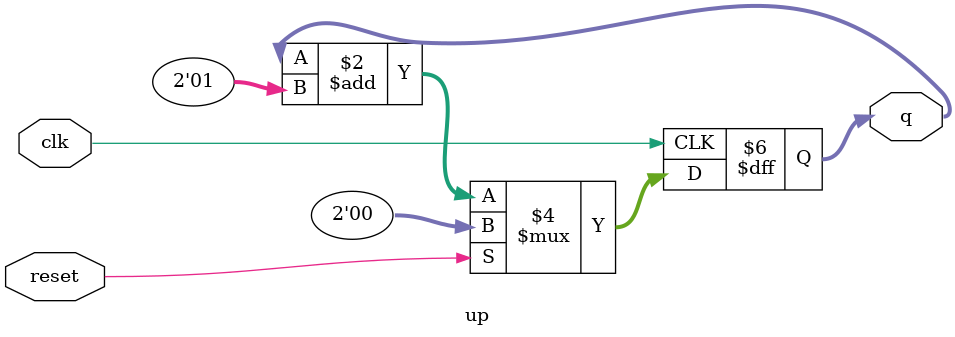
<source format=v>
`timescale 1ns / 1ps
module up(
    output reg [1:0] q,
    input clk,
    input reset
    );
always @(posedge clk ) begin


	if (reset)  begin
	q=2'b00;
	end
	else begin
	q=q+2'b01;
	end


end

endmodule

</source>
